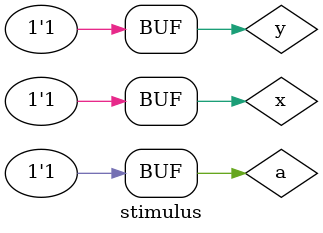
<source format=v>
`timescale 1ns / 1ps
module stimulus;
	// Inputs
	reg x;
	reg y;
	reg a;
	// Outputs
	wire z;
	// Instantiate the Unit Under Test (UUT)
	comparator uut (
		.x(x), 
		.y(y),
		.a(a), 
		.z(z)
	);
 
	initial begin
		// Initialize Inputs
	x = 0;
	y = 0;
	a = 0;
 
	#20 a = 1;
	#20 y = 1;
	a = 0;
	#20 a = 1;	
	#20 x = 1;
	 y=0;
	 a=0;
	#20 a = 1;
	#20 y=1;
	 a=0;
	#20 a=1;
	  
	#40;
    end  
 
		initial begin
		 $monitor("x=%d,y=%d,a=%d,z=%d \n",x,y,a,z);
		 end
 
endmodule

</source>
